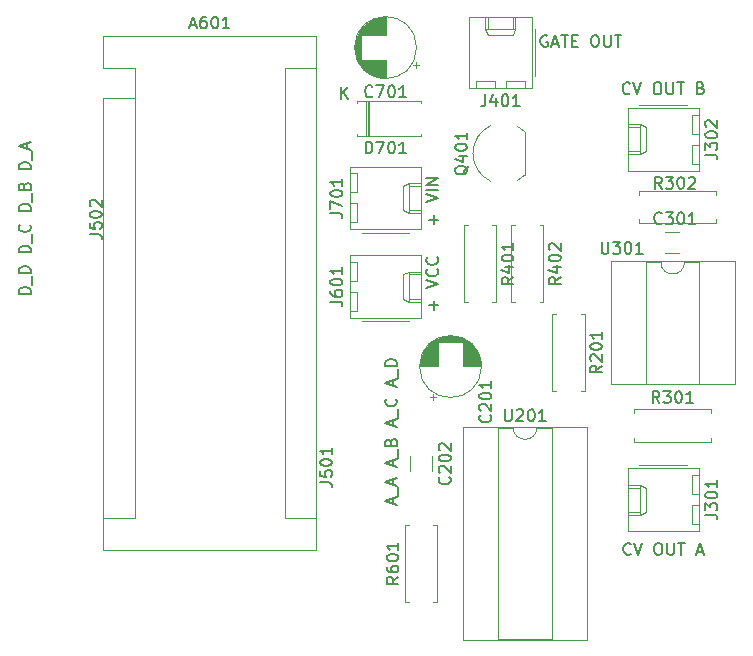
<source format=gbr>
G04 #@! TF.GenerationSoftware,KiCad,Pcbnew,5.1.5-52549c5~84~ubuntu18.04.1*
G04 #@! TF.CreationDate,2020-04-09T18:32:52-04:00*
G04 #@! TF.ProjectId,dacarduino,64616361-7264-4756-996e-6f2e6b696361,rev?*
G04 #@! TF.SameCoordinates,Original*
G04 #@! TF.FileFunction,Legend,Top*
G04 #@! TF.FilePolarity,Positive*
%FSLAX46Y46*%
G04 Gerber Fmt 4.6, Leading zero omitted, Abs format (unit mm)*
G04 Created by KiCad (PCBNEW 5.1.5-52549c5~84~ubuntu18.04.1) date 2020-04-09 18:32:52*
%MOMM*%
%LPD*%
G04 APERTURE LIST*
%ADD10C,0.150000*%
%ADD11C,0.120000*%
G04 APERTURE END LIST*
D10*
X158666666Y-135619047D02*
X158666666Y-135142857D01*
X158952380Y-135714285D02*
X157952380Y-135380952D01*
X158952380Y-135047619D01*
X159047619Y-134952380D02*
X159047619Y-134190476D01*
X158666666Y-134000000D02*
X158666666Y-133523809D01*
X158952380Y-134095238D02*
X157952380Y-133761904D01*
X158952380Y-133428571D01*
X158666666Y-132380952D02*
X158666666Y-131904761D01*
X158952380Y-132476190D02*
X157952380Y-132142857D01*
X158952380Y-131809523D01*
X159047619Y-131714285D02*
X159047619Y-130952380D01*
X158428571Y-130380952D02*
X158476190Y-130238095D01*
X158523809Y-130190476D01*
X158619047Y-130142857D01*
X158761904Y-130142857D01*
X158857142Y-130190476D01*
X158904761Y-130238095D01*
X158952380Y-130333333D01*
X158952380Y-130714285D01*
X157952380Y-130714285D01*
X157952380Y-130380952D01*
X158000000Y-130285714D01*
X158047619Y-130238095D01*
X158142857Y-130190476D01*
X158238095Y-130190476D01*
X158333333Y-130238095D01*
X158380952Y-130285714D01*
X158428571Y-130380952D01*
X158428571Y-130714285D01*
X158666666Y-129000000D02*
X158666666Y-128523809D01*
X158952380Y-129095238D02*
X157952380Y-128761904D01*
X158952380Y-128428571D01*
X159047619Y-128333333D02*
X159047619Y-127571428D01*
X158857142Y-126761904D02*
X158904761Y-126809523D01*
X158952380Y-126952380D01*
X158952380Y-127047619D01*
X158904761Y-127190476D01*
X158809523Y-127285714D01*
X158714285Y-127333333D01*
X158523809Y-127380952D01*
X158380952Y-127380952D01*
X158190476Y-127333333D01*
X158095238Y-127285714D01*
X158000000Y-127190476D01*
X157952380Y-127047619D01*
X157952380Y-126952380D01*
X158000000Y-126809523D01*
X158047619Y-126761904D01*
X158666666Y-125619047D02*
X158666666Y-125142857D01*
X158952380Y-125714285D02*
X157952380Y-125380952D01*
X158952380Y-125047619D01*
X159047619Y-124952380D02*
X159047619Y-124190476D01*
X158952380Y-123952380D02*
X157952380Y-123952380D01*
X157952380Y-123714285D01*
X158000000Y-123571428D01*
X158095238Y-123476190D01*
X158190476Y-123428571D01*
X158380952Y-123380952D01*
X158523809Y-123380952D01*
X158714285Y-123428571D01*
X158809523Y-123476190D01*
X158904761Y-123571428D01*
X158952380Y-123714285D01*
X158952380Y-123952380D01*
X127952380Y-117857142D02*
X126952380Y-117857142D01*
X126952380Y-117619047D01*
X127000000Y-117476190D01*
X127095238Y-117380952D01*
X127190476Y-117333333D01*
X127380952Y-117285714D01*
X127523809Y-117285714D01*
X127714285Y-117333333D01*
X127809523Y-117380952D01*
X127904761Y-117476190D01*
X127952380Y-117619047D01*
X127952380Y-117857142D01*
X128047619Y-117095238D02*
X128047619Y-116333333D01*
X127952380Y-116095238D02*
X126952380Y-116095238D01*
X126952380Y-115857142D01*
X127000000Y-115714285D01*
X127095238Y-115619047D01*
X127190476Y-115571428D01*
X127380952Y-115523809D01*
X127523809Y-115523809D01*
X127714285Y-115571428D01*
X127809523Y-115619047D01*
X127904761Y-115714285D01*
X127952380Y-115857142D01*
X127952380Y-116095238D01*
X127952380Y-114333333D02*
X126952380Y-114333333D01*
X126952380Y-114095238D01*
X127000000Y-113952380D01*
X127095238Y-113857142D01*
X127190476Y-113809523D01*
X127380952Y-113761904D01*
X127523809Y-113761904D01*
X127714285Y-113809523D01*
X127809523Y-113857142D01*
X127904761Y-113952380D01*
X127952380Y-114095238D01*
X127952380Y-114333333D01*
X128047619Y-113571428D02*
X128047619Y-112809523D01*
X127857142Y-112000000D02*
X127904761Y-112047619D01*
X127952380Y-112190476D01*
X127952380Y-112285714D01*
X127904761Y-112428571D01*
X127809523Y-112523809D01*
X127714285Y-112571428D01*
X127523809Y-112619047D01*
X127380952Y-112619047D01*
X127190476Y-112571428D01*
X127095238Y-112523809D01*
X127000000Y-112428571D01*
X126952380Y-112285714D01*
X126952380Y-112190476D01*
X127000000Y-112047619D01*
X127047619Y-112000000D01*
X127952380Y-110809523D02*
X126952380Y-110809523D01*
X126952380Y-110571428D01*
X127000000Y-110428571D01*
X127095238Y-110333333D01*
X127190476Y-110285714D01*
X127380952Y-110238095D01*
X127523809Y-110238095D01*
X127714285Y-110285714D01*
X127809523Y-110333333D01*
X127904761Y-110428571D01*
X127952380Y-110571428D01*
X127952380Y-110809523D01*
X128047619Y-110047619D02*
X128047619Y-109285714D01*
X127428571Y-108714285D02*
X127476190Y-108571428D01*
X127523809Y-108523809D01*
X127619047Y-108476190D01*
X127761904Y-108476190D01*
X127857142Y-108523809D01*
X127904761Y-108571428D01*
X127952380Y-108666666D01*
X127952380Y-109047619D01*
X126952380Y-109047619D01*
X126952380Y-108714285D01*
X127000000Y-108619047D01*
X127047619Y-108571428D01*
X127142857Y-108523809D01*
X127238095Y-108523809D01*
X127333333Y-108571428D01*
X127380952Y-108619047D01*
X127428571Y-108714285D01*
X127428571Y-109047619D01*
X127952380Y-107285714D02*
X126952380Y-107285714D01*
X126952380Y-107047619D01*
X127000000Y-106904761D01*
X127095238Y-106809523D01*
X127190476Y-106761904D01*
X127380952Y-106714285D01*
X127523809Y-106714285D01*
X127714285Y-106761904D01*
X127809523Y-106809523D01*
X127904761Y-106904761D01*
X127952380Y-107047619D01*
X127952380Y-107285714D01*
X128047619Y-106523809D02*
X128047619Y-105761904D01*
X127666666Y-105571428D02*
X127666666Y-105095238D01*
X127952380Y-105666666D02*
X126952380Y-105333333D01*
X127952380Y-105000000D01*
X171690476Y-96000000D02*
X171595238Y-95952380D01*
X171452380Y-95952380D01*
X171309523Y-96000000D01*
X171214285Y-96095238D01*
X171166666Y-96190476D01*
X171119047Y-96380952D01*
X171119047Y-96523809D01*
X171166666Y-96714285D01*
X171214285Y-96809523D01*
X171309523Y-96904761D01*
X171452380Y-96952380D01*
X171547619Y-96952380D01*
X171690476Y-96904761D01*
X171738095Y-96857142D01*
X171738095Y-96523809D01*
X171547619Y-96523809D01*
X172119047Y-96666666D02*
X172595238Y-96666666D01*
X172023809Y-96952380D02*
X172357142Y-95952380D01*
X172690476Y-96952380D01*
X172880952Y-95952380D02*
X173452380Y-95952380D01*
X173166666Y-96952380D02*
X173166666Y-95952380D01*
X173785714Y-96428571D02*
X174119047Y-96428571D01*
X174261904Y-96952380D02*
X173785714Y-96952380D01*
X173785714Y-95952380D01*
X174261904Y-95952380D01*
X175642857Y-95952380D02*
X175833333Y-95952380D01*
X175928571Y-96000000D01*
X176023809Y-96095238D01*
X176071428Y-96285714D01*
X176071428Y-96619047D01*
X176023809Y-96809523D01*
X175928571Y-96904761D01*
X175833333Y-96952380D01*
X175642857Y-96952380D01*
X175547619Y-96904761D01*
X175452380Y-96809523D01*
X175404761Y-96619047D01*
X175404761Y-96285714D01*
X175452380Y-96095238D01*
X175547619Y-96000000D01*
X175642857Y-95952380D01*
X176500000Y-95952380D02*
X176500000Y-96761904D01*
X176547619Y-96857142D01*
X176595238Y-96904761D01*
X176690476Y-96952380D01*
X176880952Y-96952380D01*
X176976190Y-96904761D01*
X177023809Y-96857142D01*
X177071428Y-96761904D01*
X177071428Y-95952380D01*
X177404761Y-95952380D02*
X177976190Y-95952380D01*
X177690476Y-96952380D02*
X177690476Y-95952380D01*
X162071428Y-119190476D02*
X162071428Y-118428571D01*
X162452380Y-118809523D02*
X161690476Y-118809523D01*
X161452380Y-117333333D02*
X162452380Y-117000000D01*
X161452380Y-116666666D01*
X162357142Y-115761904D02*
X162404761Y-115809523D01*
X162452380Y-115952380D01*
X162452380Y-116047619D01*
X162404761Y-116190476D01*
X162309523Y-116285714D01*
X162214285Y-116333333D01*
X162023809Y-116380952D01*
X161880952Y-116380952D01*
X161690476Y-116333333D01*
X161595238Y-116285714D01*
X161500000Y-116190476D01*
X161452380Y-116047619D01*
X161452380Y-115952380D01*
X161500000Y-115809523D01*
X161547619Y-115761904D01*
X162357142Y-114761904D02*
X162404761Y-114809523D01*
X162452380Y-114952380D01*
X162452380Y-115047619D01*
X162404761Y-115190476D01*
X162309523Y-115285714D01*
X162214285Y-115333333D01*
X162023809Y-115380952D01*
X161880952Y-115380952D01*
X161690476Y-115333333D01*
X161595238Y-115285714D01*
X161500000Y-115190476D01*
X161452380Y-115047619D01*
X161452380Y-114952380D01*
X161500000Y-114809523D01*
X161547619Y-114761904D01*
X162071428Y-111952380D02*
X162071428Y-111190476D01*
X162452380Y-111571428D02*
X161690476Y-111571428D01*
X161452380Y-110095238D02*
X162452380Y-109761904D01*
X161452380Y-109428571D01*
X162452380Y-109095238D02*
X161452380Y-109095238D01*
X162452380Y-108619047D02*
X161452380Y-108619047D01*
X162452380Y-108047619D01*
X161452380Y-108047619D01*
X178761904Y-139857142D02*
X178714285Y-139904761D01*
X178571428Y-139952380D01*
X178476190Y-139952380D01*
X178333333Y-139904761D01*
X178238095Y-139809523D01*
X178190476Y-139714285D01*
X178142857Y-139523809D01*
X178142857Y-139380952D01*
X178190476Y-139190476D01*
X178238095Y-139095238D01*
X178333333Y-139000000D01*
X178476190Y-138952380D01*
X178571428Y-138952380D01*
X178714285Y-139000000D01*
X178761904Y-139047619D01*
X179047619Y-138952380D02*
X179380952Y-139952380D01*
X179714285Y-138952380D01*
X181000000Y-138952380D02*
X181190476Y-138952380D01*
X181285714Y-139000000D01*
X181380952Y-139095238D01*
X181428571Y-139285714D01*
X181428571Y-139619047D01*
X181380952Y-139809523D01*
X181285714Y-139904761D01*
X181190476Y-139952380D01*
X181000000Y-139952380D01*
X180904761Y-139904761D01*
X180809523Y-139809523D01*
X180761904Y-139619047D01*
X180761904Y-139285714D01*
X180809523Y-139095238D01*
X180904761Y-139000000D01*
X181000000Y-138952380D01*
X181857142Y-138952380D02*
X181857142Y-139761904D01*
X181904761Y-139857142D01*
X181952380Y-139904761D01*
X182047619Y-139952380D01*
X182238095Y-139952380D01*
X182333333Y-139904761D01*
X182380952Y-139857142D01*
X182428571Y-139761904D01*
X182428571Y-138952380D01*
X182761904Y-138952380D02*
X183333333Y-138952380D01*
X183047619Y-139952380D02*
X183047619Y-138952380D01*
X184380952Y-139666666D02*
X184857142Y-139666666D01*
X184285714Y-139952380D02*
X184619047Y-138952380D01*
X184952380Y-139952380D01*
X178690476Y-100857142D02*
X178642857Y-100904761D01*
X178500000Y-100952380D01*
X178404761Y-100952380D01*
X178261904Y-100904761D01*
X178166666Y-100809523D01*
X178119047Y-100714285D01*
X178071428Y-100523809D01*
X178071428Y-100380952D01*
X178119047Y-100190476D01*
X178166666Y-100095238D01*
X178261904Y-100000000D01*
X178404761Y-99952380D01*
X178500000Y-99952380D01*
X178642857Y-100000000D01*
X178690476Y-100047619D01*
X178976190Y-99952380D02*
X179309523Y-100952380D01*
X179642857Y-99952380D01*
X180928571Y-99952380D02*
X181119047Y-99952380D01*
X181214285Y-100000000D01*
X181309523Y-100095238D01*
X181357142Y-100285714D01*
X181357142Y-100619047D01*
X181309523Y-100809523D01*
X181214285Y-100904761D01*
X181119047Y-100952380D01*
X180928571Y-100952380D01*
X180833333Y-100904761D01*
X180738095Y-100809523D01*
X180690476Y-100619047D01*
X180690476Y-100285714D01*
X180738095Y-100095238D01*
X180833333Y-100000000D01*
X180928571Y-99952380D01*
X181785714Y-99952380D02*
X181785714Y-100761904D01*
X181833333Y-100857142D01*
X181880952Y-100904761D01*
X181976190Y-100952380D01*
X182166666Y-100952380D01*
X182261904Y-100904761D01*
X182309523Y-100857142D01*
X182357142Y-100761904D01*
X182357142Y-99952380D01*
X182690476Y-99952380D02*
X183261904Y-99952380D01*
X182976190Y-100952380D02*
X182976190Y-99952380D01*
X184690476Y-100428571D02*
X184833333Y-100476190D01*
X184880952Y-100523809D01*
X184928571Y-100619047D01*
X184928571Y-100761904D01*
X184880952Y-100857142D01*
X184833333Y-100904761D01*
X184738095Y-100952380D01*
X184357142Y-100952380D01*
X184357142Y-99952380D01*
X184690476Y-99952380D01*
X184785714Y-100000000D01*
X184833333Y-100047619D01*
X184880952Y-100142857D01*
X184880952Y-100238095D01*
X184833333Y-100333333D01*
X184785714Y-100380952D01*
X184690476Y-100428571D01*
X184357142Y-100428571D01*
D11*
X152140000Y-96060000D02*
X134100000Y-96060000D01*
X152140000Y-139500000D02*
X152140000Y-96060000D01*
X134100000Y-139500000D02*
X152140000Y-139500000D01*
X136770000Y-136830000D02*
X134100000Y-136830000D01*
X136770000Y-101270000D02*
X136770000Y-136830000D01*
X136770000Y-101270000D02*
X134100000Y-101270000D01*
X149470000Y-136830000D02*
X152140000Y-136830000D01*
X149470000Y-98730000D02*
X149470000Y-136830000D01*
X149470000Y-98730000D02*
X152140000Y-98730000D01*
X134100000Y-96060000D02*
X134100000Y-98730000D01*
X134100000Y-101270000D02*
X134100000Y-139500000D01*
X136770000Y-98730000D02*
X134100000Y-98730000D01*
X136770000Y-101270000D02*
X136770000Y-98730000D01*
X162370000Y-137420000D02*
X162040000Y-137420000D01*
X162370000Y-143960000D02*
X162370000Y-137420000D01*
X162040000Y-143960000D02*
X162370000Y-143960000D01*
X159630000Y-137420000D02*
X159960000Y-137420000D01*
X159630000Y-143960000D02*
X159630000Y-137420000D01*
X159960000Y-143960000D02*
X159630000Y-143960000D01*
X161775000Y-126554775D02*
X162275000Y-126554775D01*
X162025000Y-126804775D02*
X162025000Y-126304775D01*
X163216000Y-121399000D02*
X163784000Y-121399000D01*
X162982000Y-121439000D02*
X164018000Y-121439000D01*
X162823000Y-121479000D02*
X164177000Y-121479000D01*
X162695000Y-121519000D02*
X164305000Y-121519000D01*
X162585000Y-121559000D02*
X164415000Y-121559000D01*
X162489000Y-121599000D02*
X164511000Y-121599000D01*
X162402000Y-121639000D02*
X164598000Y-121639000D01*
X162322000Y-121679000D02*
X164678000Y-121679000D01*
X162249000Y-121719000D02*
X164751000Y-121719000D01*
X162181000Y-121759000D02*
X164819000Y-121759000D01*
X162117000Y-121799000D02*
X164883000Y-121799000D01*
X162057000Y-121839000D02*
X164943000Y-121839000D01*
X162000000Y-121879000D02*
X165000000Y-121879000D01*
X161946000Y-121919000D02*
X165054000Y-121919000D01*
X161895000Y-121959000D02*
X165105000Y-121959000D01*
X164540000Y-121999000D02*
X165153000Y-121999000D01*
X161847000Y-121999000D02*
X162460000Y-121999000D01*
X164540000Y-122039000D02*
X165199000Y-122039000D01*
X161801000Y-122039000D02*
X162460000Y-122039000D01*
X164540000Y-122079000D02*
X165243000Y-122079000D01*
X161757000Y-122079000D02*
X162460000Y-122079000D01*
X164540000Y-122119000D02*
X165285000Y-122119000D01*
X161715000Y-122119000D02*
X162460000Y-122119000D01*
X164540000Y-122159000D02*
X165326000Y-122159000D01*
X161674000Y-122159000D02*
X162460000Y-122159000D01*
X164540000Y-122199000D02*
X165364000Y-122199000D01*
X161636000Y-122199000D02*
X162460000Y-122199000D01*
X164540000Y-122239000D02*
X165401000Y-122239000D01*
X161599000Y-122239000D02*
X162460000Y-122239000D01*
X164540000Y-122279000D02*
X165437000Y-122279000D01*
X161563000Y-122279000D02*
X162460000Y-122279000D01*
X164540000Y-122319000D02*
X165471000Y-122319000D01*
X161529000Y-122319000D02*
X162460000Y-122319000D01*
X164540000Y-122359000D02*
X165504000Y-122359000D01*
X161496000Y-122359000D02*
X162460000Y-122359000D01*
X164540000Y-122399000D02*
X165535000Y-122399000D01*
X161465000Y-122399000D02*
X162460000Y-122399000D01*
X164540000Y-122439000D02*
X165565000Y-122439000D01*
X161435000Y-122439000D02*
X162460000Y-122439000D01*
X164540000Y-122479000D02*
X165595000Y-122479000D01*
X161405000Y-122479000D02*
X162460000Y-122479000D01*
X164540000Y-122519000D02*
X165622000Y-122519000D01*
X161378000Y-122519000D02*
X162460000Y-122519000D01*
X164540000Y-122559000D02*
X165649000Y-122559000D01*
X161351000Y-122559000D02*
X162460000Y-122559000D01*
X164540000Y-122599000D02*
X165675000Y-122599000D01*
X161325000Y-122599000D02*
X162460000Y-122599000D01*
X164540000Y-122639000D02*
X165700000Y-122639000D01*
X161300000Y-122639000D02*
X162460000Y-122639000D01*
X164540000Y-122679000D02*
X165724000Y-122679000D01*
X161276000Y-122679000D02*
X162460000Y-122679000D01*
X164540000Y-122719000D02*
X165747000Y-122719000D01*
X161253000Y-122719000D02*
X162460000Y-122719000D01*
X164540000Y-122759000D02*
X165768000Y-122759000D01*
X161232000Y-122759000D02*
X162460000Y-122759000D01*
X164540000Y-122799000D02*
X165790000Y-122799000D01*
X161210000Y-122799000D02*
X162460000Y-122799000D01*
X164540000Y-122839000D02*
X165810000Y-122839000D01*
X161190000Y-122839000D02*
X162460000Y-122839000D01*
X164540000Y-122879000D02*
X165829000Y-122879000D01*
X161171000Y-122879000D02*
X162460000Y-122879000D01*
X164540000Y-122919000D02*
X165848000Y-122919000D01*
X161152000Y-122919000D02*
X162460000Y-122919000D01*
X164540000Y-122959000D02*
X165865000Y-122959000D01*
X161135000Y-122959000D02*
X162460000Y-122959000D01*
X164540000Y-122999000D02*
X165882000Y-122999000D01*
X161118000Y-122999000D02*
X162460000Y-122999000D01*
X164540000Y-123039000D02*
X165898000Y-123039000D01*
X161102000Y-123039000D02*
X162460000Y-123039000D01*
X164540000Y-123079000D02*
X165914000Y-123079000D01*
X161086000Y-123079000D02*
X162460000Y-123079000D01*
X164540000Y-123119000D02*
X165928000Y-123119000D01*
X161072000Y-123119000D02*
X162460000Y-123119000D01*
X164540000Y-123159000D02*
X165942000Y-123159000D01*
X161058000Y-123159000D02*
X162460000Y-123159000D01*
X164540000Y-123199000D02*
X165955000Y-123199000D01*
X161045000Y-123199000D02*
X162460000Y-123199000D01*
X164540000Y-123239000D02*
X165968000Y-123239000D01*
X161032000Y-123239000D02*
X162460000Y-123239000D01*
X164540000Y-123279000D02*
X165980000Y-123279000D01*
X161020000Y-123279000D02*
X162460000Y-123279000D01*
X164540000Y-123320000D02*
X165991000Y-123320000D01*
X161009000Y-123320000D02*
X162460000Y-123320000D01*
X164540000Y-123360000D02*
X166001000Y-123360000D01*
X160999000Y-123360000D02*
X162460000Y-123360000D01*
X164540000Y-123400000D02*
X166011000Y-123400000D01*
X160989000Y-123400000D02*
X162460000Y-123400000D01*
X164540000Y-123440000D02*
X166020000Y-123440000D01*
X160980000Y-123440000D02*
X162460000Y-123440000D01*
X164540000Y-123480000D02*
X166028000Y-123480000D01*
X160972000Y-123480000D02*
X162460000Y-123480000D01*
X164540000Y-123520000D02*
X166036000Y-123520000D01*
X160964000Y-123520000D02*
X162460000Y-123520000D01*
X164540000Y-123560000D02*
X166043000Y-123560000D01*
X160957000Y-123560000D02*
X162460000Y-123560000D01*
X164540000Y-123600000D02*
X166050000Y-123600000D01*
X160950000Y-123600000D02*
X162460000Y-123600000D01*
X164540000Y-123640000D02*
X166056000Y-123640000D01*
X160944000Y-123640000D02*
X162460000Y-123640000D01*
X164540000Y-123680000D02*
X166061000Y-123680000D01*
X160939000Y-123680000D02*
X162460000Y-123680000D01*
X164540000Y-123720000D02*
X166065000Y-123720000D01*
X160935000Y-123720000D02*
X162460000Y-123720000D01*
X164540000Y-123760000D02*
X166069000Y-123760000D01*
X160931000Y-123760000D02*
X162460000Y-123760000D01*
X164540000Y-123800000D02*
X166073000Y-123800000D01*
X160927000Y-123800000D02*
X162460000Y-123800000D01*
X164540000Y-123840000D02*
X166076000Y-123840000D01*
X160924000Y-123840000D02*
X162460000Y-123840000D01*
X164540000Y-123880000D02*
X166078000Y-123880000D01*
X160922000Y-123880000D02*
X162460000Y-123880000D01*
X164540000Y-123920000D02*
X166079000Y-123920000D01*
X160921000Y-123920000D02*
X162460000Y-123920000D01*
X160920000Y-123960000D02*
X162460000Y-123960000D01*
X164540000Y-123960000D02*
X166080000Y-123960000D01*
X160920000Y-124000000D02*
X162460000Y-124000000D01*
X164540000Y-124000000D02*
X166080000Y-124000000D01*
X166120000Y-124000000D02*
G75*
G03X166120000Y-124000000I-2620000J0D01*
G01*
X183930000Y-106840000D02*
X184530000Y-106840000D01*
X183930000Y-105240000D02*
X183930000Y-106840000D01*
X184530000Y-105240000D02*
X183930000Y-105240000D01*
X183930000Y-104300000D02*
X184530000Y-104300000D01*
X183930000Y-102700000D02*
X183930000Y-104300000D01*
X184530000Y-102700000D02*
X183930000Y-102700000D01*
X178510000Y-105790000D02*
X179510000Y-105790000D01*
X178510000Y-103750000D02*
X179510000Y-103750000D01*
X180040000Y-105790000D02*
X179510000Y-106040000D01*
X180040000Y-103750000D02*
X180040000Y-105790000D01*
X179510000Y-103500000D02*
X180040000Y-103750000D01*
X179510000Y-106040000D02*
X178510000Y-106040000D01*
X179510000Y-103500000D02*
X179510000Y-106040000D01*
X178510000Y-103500000D02*
X179510000Y-103500000D01*
X183500000Y-101830000D02*
X179500000Y-101830000D01*
X184530000Y-107420000D02*
X184530000Y-102120000D01*
X178510000Y-107420000D02*
X184530000Y-107420000D01*
X178510000Y-102120000D02*
X178510000Y-107420000D01*
X184530000Y-102120000D02*
X178510000Y-102120000D01*
X156370000Y-101530000D02*
X156370000Y-104470000D01*
X156610000Y-101530000D02*
X156610000Y-104470000D01*
X156490000Y-101530000D02*
X156490000Y-104470000D01*
X161030000Y-104470000D02*
X161030000Y-104340000D01*
X155590000Y-104470000D02*
X161030000Y-104470000D01*
X155590000Y-104340000D02*
X155590000Y-104470000D01*
X161030000Y-101530000D02*
X161030000Y-101660000D01*
X155590000Y-101530000D02*
X161030000Y-101530000D01*
X155590000Y-101660000D02*
X155590000Y-101530000D01*
X155570000Y-107660000D02*
X154970000Y-107660000D01*
X155570000Y-109260000D02*
X155570000Y-107660000D01*
X154970000Y-109260000D02*
X155570000Y-109260000D01*
X155570000Y-110200000D02*
X154970000Y-110200000D01*
X155570000Y-111800000D02*
X155570000Y-110200000D01*
X154970000Y-111800000D02*
X155570000Y-111800000D01*
X160990000Y-108710000D02*
X159990000Y-108710000D01*
X160990000Y-110750000D02*
X159990000Y-110750000D01*
X159460000Y-108710000D02*
X159990000Y-108460000D01*
X159460000Y-110750000D02*
X159460000Y-108710000D01*
X159990000Y-111000000D02*
X159460000Y-110750000D01*
X159990000Y-108460000D02*
X160990000Y-108460000D01*
X159990000Y-111000000D02*
X159990000Y-108460000D01*
X160990000Y-111000000D02*
X159990000Y-111000000D01*
X156000000Y-112670000D02*
X160000000Y-112670000D01*
X154970000Y-107080000D02*
X154970000Y-112380000D01*
X160990000Y-107080000D02*
X154970000Y-107080000D01*
X160990000Y-112380000D02*
X160990000Y-107080000D01*
X154970000Y-112380000D02*
X160990000Y-112380000D01*
X172130000Y-126080000D02*
X172460000Y-126080000D01*
X172130000Y-119540000D02*
X172130000Y-126080000D01*
X172460000Y-119540000D02*
X172130000Y-119540000D01*
X174870000Y-126080000D02*
X174540000Y-126080000D01*
X174870000Y-119540000D02*
X174870000Y-126080000D01*
X174540000Y-119540000D02*
X174870000Y-119540000D01*
X183310000Y-115170000D02*
G75*
G02X181310000Y-115170000I-1000000J0D01*
G01*
X181310000Y-115170000D02*
X180060000Y-115170000D01*
X180060000Y-115170000D02*
X180060000Y-125450000D01*
X180060000Y-125450000D02*
X184560000Y-125450000D01*
X184560000Y-125450000D02*
X184560000Y-115170000D01*
X184560000Y-115170000D02*
X183310000Y-115170000D01*
X177060000Y-115110000D02*
X177060000Y-125510000D01*
X177060000Y-125510000D02*
X187560000Y-125510000D01*
X187560000Y-125510000D02*
X187560000Y-115110000D01*
X187560000Y-115110000D02*
X177060000Y-115110000D01*
X175060000Y-129110000D02*
X164560000Y-129110000D01*
X175060000Y-147130000D02*
X175060000Y-129110000D01*
X164560000Y-147130000D02*
X175060000Y-147130000D01*
X164560000Y-129110000D02*
X164560000Y-147130000D01*
X172060000Y-129170000D02*
X170810000Y-129170000D01*
X172060000Y-147070000D02*
X172060000Y-129170000D01*
X167560000Y-147070000D02*
X172060000Y-147070000D01*
X167560000Y-129170000D02*
X167560000Y-147070000D01*
X168810000Y-129170000D02*
X167560000Y-129170000D01*
X170810000Y-129170000D02*
G75*
G02X168810000Y-129170000I-1000000J0D01*
G01*
X168630000Y-118580000D02*
X168960000Y-118580000D01*
X168630000Y-112040000D02*
X168630000Y-118580000D01*
X168960000Y-112040000D02*
X168630000Y-112040000D01*
X171370000Y-118580000D02*
X171040000Y-118580000D01*
X171370000Y-112040000D02*
X171370000Y-118580000D01*
X171040000Y-112040000D02*
X171370000Y-112040000D01*
X164630000Y-118580000D02*
X164960000Y-118580000D01*
X164630000Y-112040000D02*
X164630000Y-118580000D01*
X164960000Y-112040000D02*
X164630000Y-112040000D01*
X167370000Y-118580000D02*
X167040000Y-118580000D01*
X167370000Y-112040000D02*
X167370000Y-118580000D01*
X167040000Y-112040000D02*
X167370000Y-112040000D01*
X185960000Y-111540000D02*
X185960000Y-111870000D01*
X185960000Y-111870000D02*
X179420000Y-111870000D01*
X179420000Y-111870000D02*
X179420000Y-111540000D01*
X185960000Y-109460000D02*
X185960000Y-109130000D01*
X185960000Y-109130000D02*
X179420000Y-109130000D01*
X179420000Y-109130000D02*
X179420000Y-109460000D01*
X185580000Y-130370000D02*
X185580000Y-130040000D01*
X179040000Y-130370000D02*
X185580000Y-130370000D01*
X179040000Y-130040000D02*
X179040000Y-130370000D01*
X185580000Y-127630000D02*
X185580000Y-127960000D01*
X179040000Y-127630000D02*
X185580000Y-127630000D01*
X179040000Y-127960000D02*
X179040000Y-127630000D01*
X169122795Y-103635816D02*
G75*
G02X169850000Y-104160000I-1122795J-2324184D01*
G01*
X166901193Y-103603600D02*
G75*
G03X165400000Y-105960000I1098807J-2356400D01*
G01*
X166901193Y-108316400D02*
G75*
G02X165400000Y-105960000I1098807J2356400D01*
G01*
X169122795Y-108284184D02*
G75*
G03X169850000Y-107760000I-1122795J2324184D01*
G01*
X169850000Y-107760000D02*
X169850000Y-104160000D01*
X155570000Y-115160000D02*
X154970000Y-115160000D01*
X155570000Y-116760000D02*
X155570000Y-115160000D01*
X154970000Y-116760000D02*
X155570000Y-116760000D01*
X155570000Y-117700000D02*
X154970000Y-117700000D01*
X155570000Y-119300000D02*
X155570000Y-117700000D01*
X154970000Y-119300000D02*
X155570000Y-119300000D01*
X160990000Y-116210000D02*
X159990000Y-116210000D01*
X160990000Y-118250000D02*
X159990000Y-118250000D01*
X159460000Y-116210000D02*
X159990000Y-115960000D01*
X159460000Y-118250000D02*
X159460000Y-116210000D01*
X159990000Y-118500000D02*
X159460000Y-118250000D01*
X159990000Y-115960000D02*
X160990000Y-115960000D01*
X159990000Y-118500000D02*
X159990000Y-115960000D01*
X160990000Y-118500000D02*
X159990000Y-118500000D01*
X156000000Y-120170000D02*
X160000000Y-120170000D01*
X154970000Y-114580000D02*
X154970000Y-119880000D01*
X160990000Y-114580000D02*
X154970000Y-114580000D01*
X160990000Y-119880000D02*
X160990000Y-114580000D01*
X154970000Y-119880000D02*
X160990000Y-119880000D01*
X165660000Y-99830000D02*
X165660000Y-100430000D01*
X167260000Y-99830000D02*
X165660000Y-99830000D01*
X167260000Y-100430000D02*
X167260000Y-99830000D01*
X168200000Y-99830000D02*
X168200000Y-100430000D01*
X169800000Y-99830000D02*
X168200000Y-99830000D01*
X169800000Y-100430000D02*
X169800000Y-99830000D01*
X166710000Y-94410000D02*
X166710000Y-95410000D01*
X168750000Y-94410000D02*
X168750000Y-95410000D01*
X166710000Y-95940000D02*
X166460000Y-95410000D01*
X168750000Y-95940000D02*
X166710000Y-95940000D01*
X169000000Y-95410000D02*
X168750000Y-95940000D01*
X166460000Y-95410000D02*
X166460000Y-94410000D01*
X169000000Y-95410000D02*
X166460000Y-95410000D01*
X169000000Y-94410000D02*
X169000000Y-95410000D01*
X170670000Y-99400000D02*
X170670000Y-95400000D01*
X165080000Y-100430000D02*
X170380000Y-100430000D01*
X165080000Y-94410000D02*
X165080000Y-100430000D01*
X170380000Y-94410000D02*
X165080000Y-94410000D01*
X170380000Y-100430000D02*
X170380000Y-94410000D01*
X184530000Y-132620000D02*
X178510000Y-132620000D01*
X178510000Y-132620000D02*
X178510000Y-137920000D01*
X178510000Y-137920000D02*
X184530000Y-137920000D01*
X184530000Y-137920000D02*
X184530000Y-132620000D01*
X183500000Y-132330000D02*
X179500000Y-132330000D01*
X178510000Y-134000000D02*
X179510000Y-134000000D01*
X179510000Y-134000000D02*
X179510000Y-136540000D01*
X179510000Y-136540000D02*
X178510000Y-136540000D01*
X179510000Y-134000000D02*
X180040000Y-134250000D01*
X180040000Y-134250000D02*
X180040000Y-136290000D01*
X180040000Y-136290000D02*
X179510000Y-136540000D01*
X178510000Y-134250000D02*
X179510000Y-134250000D01*
X178510000Y-136290000D02*
X179510000Y-136290000D01*
X184530000Y-133200000D02*
X183930000Y-133200000D01*
X183930000Y-133200000D02*
X183930000Y-134800000D01*
X183930000Y-134800000D02*
X184530000Y-134800000D01*
X184530000Y-135740000D02*
X183930000Y-135740000D01*
X183930000Y-135740000D02*
X183930000Y-137340000D01*
X183930000Y-137340000D02*
X184530000Y-137340000D01*
X160554775Y-98725000D02*
X160554775Y-98225000D01*
X160804775Y-98475000D02*
X160304775Y-98475000D01*
X155399000Y-97284000D02*
X155399000Y-96716000D01*
X155439000Y-97518000D02*
X155439000Y-96482000D01*
X155479000Y-97677000D02*
X155479000Y-96323000D01*
X155519000Y-97805000D02*
X155519000Y-96195000D01*
X155559000Y-97915000D02*
X155559000Y-96085000D01*
X155599000Y-98011000D02*
X155599000Y-95989000D01*
X155639000Y-98098000D02*
X155639000Y-95902000D01*
X155679000Y-98178000D02*
X155679000Y-95822000D01*
X155719000Y-98251000D02*
X155719000Y-95749000D01*
X155759000Y-98319000D02*
X155759000Y-95681000D01*
X155799000Y-98383000D02*
X155799000Y-95617000D01*
X155839000Y-98443000D02*
X155839000Y-95557000D01*
X155879000Y-98500000D02*
X155879000Y-95500000D01*
X155919000Y-98554000D02*
X155919000Y-95446000D01*
X155959000Y-98605000D02*
X155959000Y-95395000D01*
X155999000Y-95960000D02*
X155999000Y-95347000D01*
X155999000Y-98653000D02*
X155999000Y-98040000D01*
X156039000Y-95960000D02*
X156039000Y-95301000D01*
X156039000Y-98699000D02*
X156039000Y-98040000D01*
X156079000Y-95960000D02*
X156079000Y-95257000D01*
X156079000Y-98743000D02*
X156079000Y-98040000D01*
X156119000Y-95960000D02*
X156119000Y-95215000D01*
X156119000Y-98785000D02*
X156119000Y-98040000D01*
X156159000Y-95960000D02*
X156159000Y-95174000D01*
X156159000Y-98826000D02*
X156159000Y-98040000D01*
X156199000Y-95960000D02*
X156199000Y-95136000D01*
X156199000Y-98864000D02*
X156199000Y-98040000D01*
X156239000Y-95960000D02*
X156239000Y-95099000D01*
X156239000Y-98901000D02*
X156239000Y-98040000D01*
X156279000Y-95960000D02*
X156279000Y-95063000D01*
X156279000Y-98937000D02*
X156279000Y-98040000D01*
X156319000Y-95960000D02*
X156319000Y-95029000D01*
X156319000Y-98971000D02*
X156319000Y-98040000D01*
X156359000Y-95960000D02*
X156359000Y-94996000D01*
X156359000Y-99004000D02*
X156359000Y-98040000D01*
X156399000Y-95960000D02*
X156399000Y-94965000D01*
X156399000Y-99035000D02*
X156399000Y-98040000D01*
X156439000Y-95960000D02*
X156439000Y-94935000D01*
X156439000Y-99065000D02*
X156439000Y-98040000D01*
X156479000Y-95960000D02*
X156479000Y-94905000D01*
X156479000Y-99095000D02*
X156479000Y-98040000D01*
X156519000Y-95960000D02*
X156519000Y-94878000D01*
X156519000Y-99122000D02*
X156519000Y-98040000D01*
X156559000Y-95960000D02*
X156559000Y-94851000D01*
X156559000Y-99149000D02*
X156559000Y-98040000D01*
X156599000Y-95960000D02*
X156599000Y-94825000D01*
X156599000Y-99175000D02*
X156599000Y-98040000D01*
X156639000Y-95960000D02*
X156639000Y-94800000D01*
X156639000Y-99200000D02*
X156639000Y-98040000D01*
X156679000Y-95960000D02*
X156679000Y-94776000D01*
X156679000Y-99224000D02*
X156679000Y-98040000D01*
X156719000Y-95960000D02*
X156719000Y-94753000D01*
X156719000Y-99247000D02*
X156719000Y-98040000D01*
X156759000Y-95960000D02*
X156759000Y-94732000D01*
X156759000Y-99268000D02*
X156759000Y-98040000D01*
X156799000Y-95960000D02*
X156799000Y-94710000D01*
X156799000Y-99290000D02*
X156799000Y-98040000D01*
X156839000Y-95960000D02*
X156839000Y-94690000D01*
X156839000Y-99310000D02*
X156839000Y-98040000D01*
X156879000Y-95960000D02*
X156879000Y-94671000D01*
X156879000Y-99329000D02*
X156879000Y-98040000D01*
X156919000Y-95960000D02*
X156919000Y-94652000D01*
X156919000Y-99348000D02*
X156919000Y-98040000D01*
X156959000Y-95960000D02*
X156959000Y-94635000D01*
X156959000Y-99365000D02*
X156959000Y-98040000D01*
X156999000Y-95960000D02*
X156999000Y-94618000D01*
X156999000Y-99382000D02*
X156999000Y-98040000D01*
X157039000Y-95960000D02*
X157039000Y-94602000D01*
X157039000Y-99398000D02*
X157039000Y-98040000D01*
X157079000Y-95960000D02*
X157079000Y-94586000D01*
X157079000Y-99414000D02*
X157079000Y-98040000D01*
X157119000Y-95960000D02*
X157119000Y-94572000D01*
X157119000Y-99428000D02*
X157119000Y-98040000D01*
X157159000Y-95960000D02*
X157159000Y-94558000D01*
X157159000Y-99442000D02*
X157159000Y-98040000D01*
X157199000Y-95960000D02*
X157199000Y-94545000D01*
X157199000Y-99455000D02*
X157199000Y-98040000D01*
X157239000Y-95960000D02*
X157239000Y-94532000D01*
X157239000Y-99468000D02*
X157239000Y-98040000D01*
X157279000Y-95960000D02*
X157279000Y-94520000D01*
X157279000Y-99480000D02*
X157279000Y-98040000D01*
X157320000Y-95960000D02*
X157320000Y-94509000D01*
X157320000Y-99491000D02*
X157320000Y-98040000D01*
X157360000Y-95960000D02*
X157360000Y-94499000D01*
X157360000Y-99501000D02*
X157360000Y-98040000D01*
X157400000Y-95960000D02*
X157400000Y-94489000D01*
X157400000Y-99511000D02*
X157400000Y-98040000D01*
X157440000Y-95960000D02*
X157440000Y-94480000D01*
X157440000Y-99520000D02*
X157440000Y-98040000D01*
X157480000Y-95960000D02*
X157480000Y-94472000D01*
X157480000Y-99528000D02*
X157480000Y-98040000D01*
X157520000Y-95960000D02*
X157520000Y-94464000D01*
X157520000Y-99536000D02*
X157520000Y-98040000D01*
X157560000Y-95960000D02*
X157560000Y-94457000D01*
X157560000Y-99543000D02*
X157560000Y-98040000D01*
X157600000Y-95960000D02*
X157600000Y-94450000D01*
X157600000Y-99550000D02*
X157600000Y-98040000D01*
X157640000Y-95960000D02*
X157640000Y-94444000D01*
X157640000Y-99556000D02*
X157640000Y-98040000D01*
X157680000Y-95960000D02*
X157680000Y-94439000D01*
X157680000Y-99561000D02*
X157680000Y-98040000D01*
X157720000Y-95960000D02*
X157720000Y-94435000D01*
X157720000Y-99565000D02*
X157720000Y-98040000D01*
X157760000Y-95960000D02*
X157760000Y-94431000D01*
X157760000Y-99569000D02*
X157760000Y-98040000D01*
X157800000Y-95960000D02*
X157800000Y-94427000D01*
X157800000Y-99573000D02*
X157800000Y-98040000D01*
X157840000Y-95960000D02*
X157840000Y-94424000D01*
X157840000Y-99576000D02*
X157840000Y-98040000D01*
X157880000Y-95960000D02*
X157880000Y-94422000D01*
X157880000Y-99578000D02*
X157880000Y-98040000D01*
X157920000Y-95960000D02*
X157920000Y-94421000D01*
X157920000Y-99579000D02*
X157920000Y-98040000D01*
X157960000Y-99580000D02*
X157960000Y-98040000D01*
X157960000Y-95960000D02*
X157960000Y-94420000D01*
X158000000Y-99580000D02*
X158000000Y-98040000D01*
X158000000Y-95960000D02*
X158000000Y-94420000D01*
X160620000Y-97000000D02*
G75*
G03X160620000Y-97000000I-2620000J0D01*
G01*
X182879000Y-114420000D02*
X181621000Y-114420000D01*
X182879000Y-112580000D02*
X181621000Y-112580000D01*
X160080000Y-131621000D02*
X160080000Y-132879000D01*
X161920000Y-131621000D02*
X161920000Y-132879000D01*
D10*
X141453333Y-95086666D02*
X141929523Y-95086666D01*
X141358095Y-95372380D02*
X141691428Y-94372380D01*
X142024761Y-95372380D01*
X142786666Y-94372380D02*
X142596190Y-94372380D01*
X142500952Y-94420000D01*
X142453333Y-94467619D01*
X142358095Y-94610476D01*
X142310476Y-94800952D01*
X142310476Y-95181904D01*
X142358095Y-95277142D01*
X142405714Y-95324761D01*
X142500952Y-95372380D01*
X142691428Y-95372380D01*
X142786666Y-95324761D01*
X142834285Y-95277142D01*
X142881904Y-95181904D01*
X142881904Y-94943809D01*
X142834285Y-94848571D01*
X142786666Y-94800952D01*
X142691428Y-94753333D01*
X142500952Y-94753333D01*
X142405714Y-94800952D01*
X142358095Y-94848571D01*
X142310476Y-94943809D01*
X143500952Y-94372380D02*
X143596190Y-94372380D01*
X143691428Y-94420000D01*
X143739047Y-94467619D01*
X143786666Y-94562857D01*
X143834285Y-94753333D01*
X143834285Y-94991428D01*
X143786666Y-95181904D01*
X143739047Y-95277142D01*
X143691428Y-95324761D01*
X143596190Y-95372380D01*
X143500952Y-95372380D01*
X143405714Y-95324761D01*
X143358095Y-95277142D01*
X143310476Y-95181904D01*
X143262857Y-94991428D01*
X143262857Y-94753333D01*
X143310476Y-94562857D01*
X143358095Y-94467619D01*
X143405714Y-94420000D01*
X143500952Y-94372380D01*
X144786666Y-95372380D02*
X144215238Y-95372380D01*
X144500952Y-95372380D02*
X144500952Y-94372380D01*
X144405714Y-94515238D01*
X144310476Y-94610476D01*
X144215238Y-94658095D01*
X159082380Y-141809047D02*
X158606190Y-142142380D01*
X159082380Y-142380476D02*
X158082380Y-142380476D01*
X158082380Y-141999523D01*
X158130000Y-141904285D01*
X158177619Y-141856666D01*
X158272857Y-141809047D01*
X158415714Y-141809047D01*
X158510952Y-141856666D01*
X158558571Y-141904285D01*
X158606190Y-141999523D01*
X158606190Y-142380476D01*
X158082380Y-140951904D02*
X158082380Y-141142380D01*
X158130000Y-141237619D01*
X158177619Y-141285238D01*
X158320476Y-141380476D01*
X158510952Y-141428095D01*
X158891904Y-141428095D01*
X158987142Y-141380476D01*
X159034761Y-141332857D01*
X159082380Y-141237619D01*
X159082380Y-141047142D01*
X159034761Y-140951904D01*
X158987142Y-140904285D01*
X158891904Y-140856666D01*
X158653809Y-140856666D01*
X158558571Y-140904285D01*
X158510952Y-140951904D01*
X158463333Y-141047142D01*
X158463333Y-141237619D01*
X158510952Y-141332857D01*
X158558571Y-141380476D01*
X158653809Y-141428095D01*
X158082380Y-140237619D02*
X158082380Y-140142380D01*
X158130000Y-140047142D01*
X158177619Y-139999523D01*
X158272857Y-139951904D01*
X158463333Y-139904285D01*
X158701428Y-139904285D01*
X158891904Y-139951904D01*
X158987142Y-139999523D01*
X159034761Y-140047142D01*
X159082380Y-140142380D01*
X159082380Y-140237619D01*
X159034761Y-140332857D01*
X158987142Y-140380476D01*
X158891904Y-140428095D01*
X158701428Y-140475714D01*
X158463333Y-140475714D01*
X158272857Y-140428095D01*
X158177619Y-140380476D01*
X158130000Y-140332857D01*
X158082380Y-140237619D01*
X159082380Y-138951904D02*
X159082380Y-139523333D01*
X159082380Y-139237619D02*
X158082380Y-139237619D01*
X158225238Y-139332857D01*
X158320476Y-139428095D01*
X158368095Y-139523333D01*
X166857142Y-128119047D02*
X166904761Y-128166666D01*
X166952380Y-128309523D01*
X166952380Y-128404761D01*
X166904761Y-128547619D01*
X166809523Y-128642857D01*
X166714285Y-128690476D01*
X166523809Y-128738095D01*
X166380952Y-128738095D01*
X166190476Y-128690476D01*
X166095238Y-128642857D01*
X166000000Y-128547619D01*
X165952380Y-128404761D01*
X165952380Y-128309523D01*
X166000000Y-128166666D01*
X166047619Y-128119047D01*
X166047619Y-127738095D02*
X166000000Y-127690476D01*
X165952380Y-127595238D01*
X165952380Y-127357142D01*
X166000000Y-127261904D01*
X166047619Y-127214285D01*
X166142857Y-127166666D01*
X166238095Y-127166666D01*
X166380952Y-127214285D01*
X166952380Y-127785714D01*
X166952380Y-127166666D01*
X165952380Y-126547619D02*
X165952380Y-126452380D01*
X166000000Y-126357142D01*
X166047619Y-126309523D01*
X166142857Y-126261904D01*
X166333333Y-126214285D01*
X166571428Y-126214285D01*
X166761904Y-126261904D01*
X166857142Y-126309523D01*
X166904761Y-126357142D01*
X166952380Y-126452380D01*
X166952380Y-126547619D01*
X166904761Y-126642857D01*
X166857142Y-126690476D01*
X166761904Y-126738095D01*
X166571428Y-126785714D01*
X166333333Y-126785714D01*
X166142857Y-126738095D01*
X166047619Y-126690476D01*
X166000000Y-126642857D01*
X165952380Y-126547619D01*
X166952380Y-125261904D02*
X166952380Y-125833333D01*
X166952380Y-125547619D02*
X165952380Y-125547619D01*
X166095238Y-125642857D01*
X166190476Y-125738095D01*
X166238095Y-125833333D01*
X132952380Y-112785714D02*
X133666666Y-112785714D01*
X133809523Y-112833333D01*
X133904761Y-112928571D01*
X133952380Y-113071428D01*
X133952380Y-113166666D01*
X132952380Y-111833333D02*
X132952380Y-112309523D01*
X133428571Y-112357142D01*
X133380952Y-112309523D01*
X133333333Y-112214285D01*
X133333333Y-111976190D01*
X133380952Y-111880952D01*
X133428571Y-111833333D01*
X133523809Y-111785714D01*
X133761904Y-111785714D01*
X133857142Y-111833333D01*
X133904761Y-111880952D01*
X133952380Y-111976190D01*
X133952380Y-112214285D01*
X133904761Y-112309523D01*
X133857142Y-112357142D01*
X132952380Y-111166666D02*
X132952380Y-111071428D01*
X133000000Y-110976190D01*
X133047619Y-110928571D01*
X133142857Y-110880952D01*
X133333333Y-110833333D01*
X133571428Y-110833333D01*
X133761904Y-110880952D01*
X133857142Y-110928571D01*
X133904761Y-110976190D01*
X133952380Y-111071428D01*
X133952380Y-111166666D01*
X133904761Y-111261904D01*
X133857142Y-111309523D01*
X133761904Y-111357142D01*
X133571428Y-111404761D01*
X133333333Y-111404761D01*
X133142857Y-111357142D01*
X133047619Y-111309523D01*
X133000000Y-111261904D01*
X132952380Y-111166666D01*
X133047619Y-110452380D02*
X133000000Y-110404761D01*
X132952380Y-110309523D01*
X132952380Y-110071428D01*
X133000000Y-109976190D01*
X133047619Y-109928571D01*
X133142857Y-109880952D01*
X133238095Y-109880952D01*
X133380952Y-109928571D01*
X133952380Y-110500000D01*
X133952380Y-109880952D01*
X152452380Y-133785714D02*
X153166666Y-133785714D01*
X153309523Y-133833333D01*
X153404761Y-133928571D01*
X153452380Y-134071428D01*
X153452380Y-134166666D01*
X152452380Y-132833333D02*
X152452380Y-133309523D01*
X152928571Y-133357142D01*
X152880952Y-133309523D01*
X152833333Y-133214285D01*
X152833333Y-132976190D01*
X152880952Y-132880952D01*
X152928571Y-132833333D01*
X153023809Y-132785714D01*
X153261904Y-132785714D01*
X153357142Y-132833333D01*
X153404761Y-132880952D01*
X153452380Y-132976190D01*
X153452380Y-133214285D01*
X153404761Y-133309523D01*
X153357142Y-133357142D01*
X152452380Y-132166666D02*
X152452380Y-132071428D01*
X152500000Y-131976190D01*
X152547619Y-131928571D01*
X152642857Y-131880952D01*
X152833333Y-131833333D01*
X153071428Y-131833333D01*
X153261904Y-131880952D01*
X153357142Y-131928571D01*
X153404761Y-131976190D01*
X153452380Y-132071428D01*
X153452380Y-132166666D01*
X153404761Y-132261904D01*
X153357142Y-132309523D01*
X153261904Y-132357142D01*
X153071428Y-132404761D01*
X152833333Y-132404761D01*
X152642857Y-132357142D01*
X152547619Y-132309523D01*
X152500000Y-132261904D01*
X152452380Y-132166666D01*
X153452380Y-130880952D02*
X153452380Y-131452380D01*
X153452380Y-131166666D02*
X152452380Y-131166666D01*
X152595238Y-131261904D01*
X152690476Y-131357142D01*
X152738095Y-131452380D01*
X185072380Y-106055714D02*
X185786666Y-106055714D01*
X185929523Y-106103333D01*
X186024761Y-106198571D01*
X186072380Y-106341428D01*
X186072380Y-106436666D01*
X185072380Y-105674761D02*
X185072380Y-105055714D01*
X185453333Y-105389047D01*
X185453333Y-105246190D01*
X185500952Y-105150952D01*
X185548571Y-105103333D01*
X185643809Y-105055714D01*
X185881904Y-105055714D01*
X185977142Y-105103333D01*
X186024761Y-105150952D01*
X186072380Y-105246190D01*
X186072380Y-105531904D01*
X186024761Y-105627142D01*
X185977142Y-105674761D01*
X185072380Y-104436666D02*
X185072380Y-104341428D01*
X185120000Y-104246190D01*
X185167619Y-104198571D01*
X185262857Y-104150952D01*
X185453333Y-104103333D01*
X185691428Y-104103333D01*
X185881904Y-104150952D01*
X185977142Y-104198571D01*
X186024761Y-104246190D01*
X186072380Y-104341428D01*
X186072380Y-104436666D01*
X186024761Y-104531904D01*
X185977142Y-104579523D01*
X185881904Y-104627142D01*
X185691428Y-104674761D01*
X185453333Y-104674761D01*
X185262857Y-104627142D01*
X185167619Y-104579523D01*
X185120000Y-104531904D01*
X185072380Y-104436666D01*
X185167619Y-103722380D02*
X185120000Y-103674761D01*
X185072380Y-103579523D01*
X185072380Y-103341428D01*
X185120000Y-103246190D01*
X185167619Y-103198571D01*
X185262857Y-103150952D01*
X185358095Y-103150952D01*
X185500952Y-103198571D01*
X186072380Y-103770000D01*
X186072380Y-103150952D01*
X156309523Y-105952380D02*
X156309523Y-104952380D01*
X156547619Y-104952380D01*
X156690476Y-105000000D01*
X156785714Y-105095238D01*
X156833333Y-105190476D01*
X156880952Y-105380952D01*
X156880952Y-105523809D01*
X156833333Y-105714285D01*
X156785714Y-105809523D01*
X156690476Y-105904761D01*
X156547619Y-105952380D01*
X156309523Y-105952380D01*
X157214285Y-104952380D02*
X157880952Y-104952380D01*
X157452380Y-105952380D01*
X158452380Y-104952380D02*
X158547619Y-104952380D01*
X158642857Y-105000000D01*
X158690476Y-105047619D01*
X158738095Y-105142857D01*
X158785714Y-105333333D01*
X158785714Y-105571428D01*
X158738095Y-105761904D01*
X158690476Y-105857142D01*
X158642857Y-105904761D01*
X158547619Y-105952380D01*
X158452380Y-105952380D01*
X158357142Y-105904761D01*
X158309523Y-105857142D01*
X158261904Y-105761904D01*
X158214285Y-105571428D01*
X158214285Y-105333333D01*
X158261904Y-105142857D01*
X158309523Y-105047619D01*
X158357142Y-105000000D01*
X158452380Y-104952380D01*
X159738095Y-105952380D02*
X159166666Y-105952380D01*
X159452380Y-105952380D02*
X159452380Y-104952380D01*
X159357142Y-105095238D01*
X159261904Y-105190476D01*
X159166666Y-105238095D01*
X154238095Y-101352380D02*
X154238095Y-100352380D01*
X154809523Y-101352380D02*
X154380952Y-100780952D01*
X154809523Y-100352380D02*
X154238095Y-100923809D01*
X153332380Y-111015714D02*
X154046666Y-111015714D01*
X154189523Y-111063333D01*
X154284761Y-111158571D01*
X154332380Y-111301428D01*
X154332380Y-111396666D01*
X153332380Y-110634761D02*
X153332380Y-109968095D01*
X154332380Y-110396666D01*
X153332380Y-109396666D02*
X153332380Y-109301428D01*
X153380000Y-109206190D01*
X153427619Y-109158571D01*
X153522857Y-109110952D01*
X153713333Y-109063333D01*
X153951428Y-109063333D01*
X154141904Y-109110952D01*
X154237142Y-109158571D01*
X154284761Y-109206190D01*
X154332380Y-109301428D01*
X154332380Y-109396666D01*
X154284761Y-109491904D01*
X154237142Y-109539523D01*
X154141904Y-109587142D01*
X153951428Y-109634761D01*
X153713333Y-109634761D01*
X153522857Y-109587142D01*
X153427619Y-109539523D01*
X153380000Y-109491904D01*
X153332380Y-109396666D01*
X154332380Y-108110952D02*
X154332380Y-108682380D01*
X154332380Y-108396666D02*
X153332380Y-108396666D01*
X153475238Y-108491904D01*
X153570476Y-108587142D01*
X153618095Y-108682380D01*
X176322380Y-123929047D02*
X175846190Y-124262380D01*
X176322380Y-124500476D02*
X175322380Y-124500476D01*
X175322380Y-124119523D01*
X175370000Y-124024285D01*
X175417619Y-123976666D01*
X175512857Y-123929047D01*
X175655714Y-123929047D01*
X175750952Y-123976666D01*
X175798571Y-124024285D01*
X175846190Y-124119523D01*
X175846190Y-124500476D01*
X175417619Y-123548095D02*
X175370000Y-123500476D01*
X175322380Y-123405238D01*
X175322380Y-123167142D01*
X175370000Y-123071904D01*
X175417619Y-123024285D01*
X175512857Y-122976666D01*
X175608095Y-122976666D01*
X175750952Y-123024285D01*
X176322380Y-123595714D01*
X176322380Y-122976666D01*
X175322380Y-122357619D02*
X175322380Y-122262380D01*
X175370000Y-122167142D01*
X175417619Y-122119523D01*
X175512857Y-122071904D01*
X175703333Y-122024285D01*
X175941428Y-122024285D01*
X176131904Y-122071904D01*
X176227142Y-122119523D01*
X176274761Y-122167142D01*
X176322380Y-122262380D01*
X176322380Y-122357619D01*
X176274761Y-122452857D01*
X176227142Y-122500476D01*
X176131904Y-122548095D01*
X175941428Y-122595714D01*
X175703333Y-122595714D01*
X175512857Y-122548095D01*
X175417619Y-122500476D01*
X175370000Y-122452857D01*
X175322380Y-122357619D01*
X176322380Y-121071904D02*
X176322380Y-121643333D01*
X176322380Y-121357619D02*
X175322380Y-121357619D01*
X175465238Y-121452857D01*
X175560476Y-121548095D01*
X175608095Y-121643333D01*
X176285714Y-113452380D02*
X176285714Y-114261904D01*
X176333333Y-114357142D01*
X176380952Y-114404761D01*
X176476190Y-114452380D01*
X176666666Y-114452380D01*
X176761904Y-114404761D01*
X176809523Y-114357142D01*
X176857142Y-114261904D01*
X176857142Y-113452380D01*
X177238095Y-113452380D02*
X177857142Y-113452380D01*
X177523809Y-113833333D01*
X177666666Y-113833333D01*
X177761904Y-113880952D01*
X177809523Y-113928571D01*
X177857142Y-114023809D01*
X177857142Y-114261904D01*
X177809523Y-114357142D01*
X177761904Y-114404761D01*
X177666666Y-114452380D01*
X177380952Y-114452380D01*
X177285714Y-114404761D01*
X177238095Y-114357142D01*
X178476190Y-113452380D02*
X178571428Y-113452380D01*
X178666666Y-113500000D01*
X178714285Y-113547619D01*
X178761904Y-113642857D01*
X178809523Y-113833333D01*
X178809523Y-114071428D01*
X178761904Y-114261904D01*
X178714285Y-114357142D01*
X178666666Y-114404761D01*
X178571428Y-114452380D01*
X178476190Y-114452380D01*
X178380952Y-114404761D01*
X178333333Y-114357142D01*
X178285714Y-114261904D01*
X178238095Y-114071428D01*
X178238095Y-113833333D01*
X178285714Y-113642857D01*
X178333333Y-113547619D01*
X178380952Y-113500000D01*
X178476190Y-113452380D01*
X179761904Y-114452380D02*
X179190476Y-114452380D01*
X179476190Y-114452380D02*
X179476190Y-113452380D01*
X179380952Y-113595238D01*
X179285714Y-113690476D01*
X179190476Y-113738095D01*
X168095714Y-127622380D02*
X168095714Y-128431904D01*
X168143333Y-128527142D01*
X168190952Y-128574761D01*
X168286190Y-128622380D01*
X168476666Y-128622380D01*
X168571904Y-128574761D01*
X168619523Y-128527142D01*
X168667142Y-128431904D01*
X168667142Y-127622380D01*
X169095714Y-127717619D02*
X169143333Y-127670000D01*
X169238571Y-127622380D01*
X169476666Y-127622380D01*
X169571904Y-127670000D01*
X169619523Y-127717619D01*
X169667142Y-127812857D01*
X169667142Y-127908095D01*
X169619523Y-128050952D01*
X169048095Y-128622380D01*
X169667142Y-128622380D01*
X170286190Y-127622380D02*
X170381428Y-127622380D01*
X170476666Y-127670000D01*
X170524285Y-127717619D01*
X170571904Y-127812857D01*
X170619523Y-128003333D01*
X170619523Y-128241428D01*
X170571904Y-128431904D01*
X170524285Y-128527142D01*
X170476666Y-128574761D01*
X170381428Y-128622380D01*
X170286190Y-128622380D01*
X170190952Y-128574761D01*
X170143333Y-128527142D01*
X170095714Y-128431904D01*
X170048095Y-128241428D01*
X170048095Y-128003333D01*
X170095714Y-127812857D01*
X170143333Y-127717619D01*
X170190952Y-127670000D01*
X170286190Y-127622380D01*
X171571904Y-128622380D02*
X171000476Y-128622380D01*
X171286190Y-128622380D02*
X171286190Y-127622380D01*
X171190952Y-127765238D01*
X171095714Y-127860476D01*
X171000476Y-127908095D01*
X172822380Y-116429047D02*
X172346190Y-116762380D01*
X172822380Y-117000476D02*
X171822380Y-117000476D01*
X171822380Y-116619523D01*
X171870000Y-116524285D01*
X171917619Y-116476666D01*
X172012857Y-116429047D01*
X172155714Y-116429047D01*
X172250952Y-116476666D01*
X172298571Y-116524285D01*
X172346190Y-116619523D01*
X172346190Y-117000476D01*
X172155714Y-115571904D02*
X172822380Y-115571904D01*
X171774761Y-115810000D02*
X172489047Y-116048095D01*
X172489047Y-115429047D01*
X171822380Y-114857619D02*
X171822380Y-114762380D01*
X171870000Y-114667142D01*
X171917619Y-114619523D01*
X172012857Y-114571904D01*
X172203333Y-114524285D01*
X172441428Y-114524285D01*
X172631904Y-114571904D01*
X172727142Y-114619523D01*
X172774761Y-114667142D01*
X172822380Y-114762380D01*
X172822380Y-114857619D01*
X172774761Y-114952857D01*
X172727142Y-115000476D01*
X172631904Y-115048095D01*
X172441428Y-115095714D01*
X172203333Y-115095714D01*
X172012857Y-115048095D01*
X171917619Y-115000476D01*
X171870000Y-114952857D01*
X171822380Y-114857619D01*
X171917619Y-114143333D02*
X171870000Y-114095714D01*
X171822380Y-114000476D01*
X171822380Y-113762380D01*
X171870000Y-113667142D01*
X171917619Y-113619523D01*
X172012857Y-113571904D01*
X172108095Y-113571904D01*
X172250952Y-113619523D01*
X172822380Y-114190952D01*
X172822380Y-113571904D01*
X168822380Y-116429047D02*
X168346190Y-116762380D01*
X168822380Y-117000476D02*
X167822380Y-117000476D01*
X167822380Y-116619523D01*
X167870000Y-116524285D01*
X167917619Y-116476666D01*
X168012857Y-116429047D01*
X168155714Y-116429047D01*
X168250952Y-116476666D01*
X168298571Y-116524285D01*
X168346190Y-116619523D01*
X168346190Y-117000476D01*
X168155714Y-115571904D02*
X168822380Y-115571904D01*
X167774761Y-115810000D02*
X168489047Y-116048095D01*
X168489047Y-115429047D01*
X167822380Y-114857619D02*
X167822380Y-114762380D01*
X167870000Y-114667142D01*
X167917619Y-114619523D01*
X168012857Y-114571904D01*
X168203333Y-114524285D01*
X168441428Y-114524285D01*
X168631904Y-114571904D01*
X168727142Y-114619523D01*
X168774761Y-114667142D01*
X168822380Y-114762380D01*
X168822380Y-114857619D01*
X168774761Y-114952857D01*
X168727142Y-115000476D01*
X168631904Y-115048095D01*
X168441428Y-115095714D01*
X168203333Y-115095714D01*
X168012857Y-115048095D01*
X167917619Y-115000476D01*
X167870000Y-114952857D01*
X167822380Y-114857619D01*
X168822380Y-113571904D02*
X168822380Y-114143333D01*
X168822380Y-113857619D02*
X167822380Y-113857619D01*
X167965238Y-113952857D01*
X168060476Y-114048095D01*
X168108095Y-114143333D01*
X181380952Y-108952380D02*
X181047619Y-108476190D01*
X180809523Y-108952380D02*
X180809523Y-107952380D01*
X181190476Y-107952380D01*
X181285714Y-108000000D01*
X181333333Y-108047619D01*
X181380952Y-108142857D01*
X181380952Y-108285714D01*
X181333333Y-108380952D01*
X181285714Y-108428571D01*
X181190476Y-108476190D01*
X180809523Y-108476190D01*
X181714285Y-107952380D02*
X182333333Y-107952380D01*
X182000000Y-108333333D01*
X182142857Y-108333333D01*
X182238095Y-108380952D01*
X182285714Y-108428571D01*
X182333333Y-108523809D01*
X182333333Y-108761904D01*
X182285714Y-108857142D01*
X182238095Y-108904761D01*
X182142857Y-108952380D01*
X181857142Y-108952380D01*
X181761904Y-108904761D01*
X181714285Y-108857142D01*
X182952380Y-107952380D02*
X183047619Y-107952380D01*
X183142857Y-108000000D01*
X183190476Y-108047619D01*
X183238095Y-108142857D01*
X183285714Y-108333333D01*
X183285714Y-108571428D01*
X183238095Y-108761904D01*
X183190476Y-108857142D01*
X183142857Y-108904761D01*
X183047619Y-108952380D01*
X182952380Y-108952380D01*
X182857142Y-108904761D01*
X182809523Y-108857142D01*
X182761904Y-108761904D01*
X182714285Y-108571428D01*
X182714285Y-108333333D01*
X182761904Y-108142857D01*
X182809523Y-108047619D01*
X182857142Y-108000000D01*
X182952380Y-107952380D01*
X183666666Y-108047619D02*
X183714285Y-108000000D01*
X183809523Y-107952380D01*
X184047619Y-107952380D01*
X184142857Y-108000000D01*
X184190476Y-108047619D01*
X184238095Y-108142857D01*
X184238095Y-108238095D01*
X184190476Y-108380952D01*
X183619047Y-108952380D01*
X184238095Y-108952380D01*
X181190952Y-127082380D02*
X180857619Y-126606190D01*
X180619523Y-127082380D02*
X180619523Y-126082380D01*
X181000476Y-126082380D01*
X181095714Y-126130000D01*
X181143333Y-126177619D01*
X181190952Y-126272857D01*
X181190952Y-126415714D01*
X181143333Y-126510952D01*
X181095714Y-126558571D01*
X181000476Y-126606190D01*
X180619523Y-126606190D01*
X181524285Y-126082380D02*
X182143333Y-126082380D01*
X181810000Y-126463333D01*
X181952857Y-126463333D01*
X182048095Y-126510952D01*
X182095714Y-126558571D01*
X182143333Y-126653809D01*
X182143333Y-126891904D01*
X182095714Y-126987142D01*
X182048095Y-127034761D01*
X181952857Y-127082380D01*
X181667142Y-127082380D01*
X181571904Y-127034761D01*
X181524285Y-126987142D01*
X182762380Y-126082380D02*
X182857619Y-126082380D01*
X182952857Y-126130000D01*
X183000476Y-126177619D01*
X183048095Y-126272857D01*
X183095714Y-126463333D01*
X183095714Y-126701428D01*
X183048095Y-126891904D01*
X183000476Y-126987142D01*
X182952857Y-127034761D01*
X182857619Y-127082380D01*
X182762380Y-127082380D01*
X182667142Y-127034761D01*
X182619523Y-126987142D01*
X182571904Y-126891904D01*
X182524285Y-126701428D01*
X182524285Y-126463333D01*
X182571904Y-126272857D01*
X182619523Y-126177619D01*
X182667142Y-126130000D01*
X182762380Y-126082380D01*
X184048095Y-127082380D02*
X183476666Y-127082380D01*
X183762380Y-127082380D02*
X183762380Y-126082380D01*
X183667142Y-126225238D01*
X183571904Y-126320476D01*
X183476666Y-126368095D01*
X164987619Y-107007619D02*
X164940000Y-107102857D01*
X164844761Y-107198095D01*
X164701904Y-107340952D01*
X164654285Y-107436190D01*
X164654285Y-107531428D01*
X164892380Y-107483809D02*
X164844761Y-107579047D01*
X164749523Y-107674285D01*
X164559047Y-107721904D01*
X164225714Y-107721904D01*
X164035238Y-107674285D01*
X163940000Y-107579047D01*
X163892380Y-107483809D01*
X163892380Y-107293333D01*
X163940000Y-107198095D01*
X164035238Y-107102857D01*
X164225714Y-107055238D01*
X164559047Y-107055238D01*
X164749523Y-107102857D01*
X164844761Y-107198095D01*
X164892380Y-107293333D01*
X164892380Y-107483809D01*
X164225714Y-106198095D02*
X164892380Y-106198095D01*
X163844761Y-106436190D02*
X164559047Y-106674285D01*
X164559047Y-106055238D01*
X163892380Y-105483809D02*
X163892380Y-105388571D01*
X163940000Y-105293333D01*
X163987619Y-105245714D01*
X164082857Y-105198095D01*
X164273333Y-105150476D01*
X164511428Y-105150476D01*
X164701904Y-105198095D01*
X164797142Y-105245714D01*
X164844761Y-105293333D01*
X164892380Y-105388571D01*
X164892380Y-105483809D01*
X164844761Y-105579047D01*
X164797142Y-105626666D01*
X164701904Y-105674285D01*
X164511428Y-105721904D01*
X164273333Y-105721904D01*
X164082857Y-105674285D01*
X163987619Y-105626666D01*
X163940000Y-105579047D01*
X163892380Y-105483809D01*
X164892380Y-104198095D02*
X164892380Y-104769523D01*
X164892380Y-104483809D02*
X163892380Y-104483809D01*
X164035238Y-104579047D01*
X164130476Y-104674285D01*
X164178095Y-104769523D01*
X153332380Y-118515714D02*
X154046666Y-118515714D01*
X154189523Y-118563333D01*
X154284761Y-118658571D01*
X154332380Y-118801428D01*
X154332380Y-118896666D01*
X153332380Y-117610952D02*
X153332380Y-117801428D01*
X153380000Y-117896666D01*
X153427619Y-117944285D01*
X153570476Y-118039523D01*
X153760952Y-118087142D01*
X154141904Y-118087142D01*
X154237142Y-118039523D01*
X154284761Y-117991904D01*
X154332380Y-117896666D01*
X154332380Y-117706190D01*
X154284761Y-117610952D01*
X154237142Y-117563333D01*
X154141904Y-117515714D01*
X153903809Y-117515714D01*
X153808571Y-117563333D01*
X153760952Y-117610952D01*
X153713333Y-117706190D01*
X153713333Y-117896666D01*
X153760952Y-117991904D01*
X153808571Y-118039523D01*
X153903809Y-118087142D01*
X153332380Y-116896666D02*
X153332380Y-116801428D01*
X153380000Y-116706190D01*
X153427619Y-116658571D01*
X153522857Y-116610952D01*
X153713333Y-116563333D01*
X153951428Y-116563333D01*
X154141904Y-116610952D01*
X154237142Y-116658571D01*
X154284761Y-116706190D01*
X154332380Y-116801428D01*
X154332380Y-116896666D01*
X154284761Y-116991904D01*
X154237142Y-117039523D01*
X154141904Y-117087142D01*
X153951428Y-117134761D01*
X153713333Y-117134761D01*
X153522857Y-117087142D01*
X153427619Y-117039523D01*
X153380000Y-116991904D01*
X153332380Y-116896666D01*
X154332380Y-115610952D02*
X154332380Y-116182380D01*
X154332380Y-115896666D02*
X153332380Y-115896666D01*
X153475238Y-115991904D01*
X153570476Y-116087142D01*
X153618095Y-116182380D01*
X166444285Y-100972380D02*
X166444285Y-101686666D01*
X166396666Y-101829523D01*
X166301428Y-101924761D01*
X166158571Y-101972380D01*
X166063333Y-101972380D01*
X167349047Y-101305714D02*
X167349047Y-101972380D01*
X167110952Y-100924761D02*
X166872857Y-101639047D01*
X167491904Y-101639047D01*
X168063333Y-100972380D02*
X168158571Y-100972380D01*
X168253809Y-101020000D01*
X168301428Y-101067619D01*
X168349047Y-101162857D01*
X168396666Y-101353333D01*
X168396666Y-101591428D01*
X168349047Y-101781904D01*
X168301428Y-101877142D01*
X168253809Y-101924761D01*
X168158571Y-101972380D01*
X168063333Y-101972380D01*
X167968095Y-101924761D01*
X167920476Y-101877142D01*
X167872857Y-101781904D01*
X167825238Y-101591428D01*
X167825238Y-101353333D01*
X167872857Y-101162857D01*
X167920476Y-101067619D01*
X167968095Y-101020000D01*
X168063333Y-100972380D01*
X169349047Y-101972380D02*
X168777619Y-101972380D01*
X169063333Y-101972380D02*
X169063333Y-100972380D01*
X168968095Y-101115238D01*
X168872857Y-101210476D01*
X168777619Y-101258095D01*
X185072380Y-136555714D02*
X185786666Y-136555714D01*
X185929523Y-136603333D01*
X186024761Y-136698571D01*
X186072380Y-136841428D01*
X186072380Y-136936666D01*
X185072380Y-136174761D02*
X185072380Y-135555714D01*
X185453333Y-135889047D01*
X185453333Y-135746190D01*
X185500952Y-135650952D01*
X185548571Y-135603333D01*
X185643809Y-135555714D01*
X185881904Y-135555714D01*
X185977142Y-135603333D01*
X186024761Y-135650952D01*
X186072380Y-135746190D01*
X186072380Y-136031904D01*
X186024761Y-136127142D01*
X185977142Y-136174761D01*
X185072380Y-134936666D02*
X185072380Y-134841428D01*
X185120000Y-134746190D01*
X185167619Y-134698571D01*
X185262857Y-134650952D01*
X185453333Y-134603333D01*
X185691428Y-134603333D01*
X185881904Y-134650952D01*
X185977142Y-134698571D01*
X186024761Y-134746190D01*
X186072380Y-134841428D01*
X186072380Y-134936666D01*
X186024761Y-135031904D01*
X185977142Y-135079523D01*
X185881904Y-135127142D01*
X185691428Y-135174761D01*
X185453333Y-135174761D01*
X185262857Y-135127142D01*
X185167619Y-135079523D01*
X185120000Y-135031904D01*
X185072380Y-134936666D01*
X186072380Y-133650952D02*
X186072380Y-134222380D01*
X186072380Y-133936666D02*
X185072380Y-133936666D01*
X185215238Y-134031904D01*
X185310476Y-134127142D01*
X185358095Y-134222380D01*
X156880952Y-101107142D02*
X156833333Y-101154761D01*
X156690476Y-101202380D01*
X156595238Y-101202380D01*
X156452380Y-101154761D01*
X156357142Y-101059523D01*
X156309523Y-100964285D01*
X156261904Y-100773809D01*
X156261904Y-100630952D01*
X156309523Y-100440476D01*
X156357142Y-100345238D01*
X156452380Y-100250000D01*
X156595238Y-100202380D01*
X156690476Y-100202380D01*
X156833333Y-100250000D01*
X156880952Y-100297619D01*
X157214285Y-100202380D02*
X157880952Y-100202380D01*
X157452380Y-101202380D01*
X158452380Y-100202380D02*
X158547619Y-100202380D01*
X158642857Y-100250000D01*
X158690476Y-100297619D01*
X158738095Y-100392857D01*
X158785714Y-100583333D01*
X158785714Y-100821428D01*
X158738095Y-101011904D01*
X158690476Y-101107142D01*
X158642857Y-101154761D01*
X158547619Y-101202380D01*
X158452380Y-101202380D01*
X158357142Y-101154761D01*
X158309523Y-101107142D01*
X158261904Y-101011904D01*
X158214285Y-100821428D01*
X158214285Y-100583333D01*
X158261904Y-100392857D01*
X158309523Y-100297619D01*
X158357142Y-100250000D01*
X158452380Y-100202380D01*
X159738095Y-101202380D02*
X159166666Y-101202380D01*
X159452380Y-101202380D02*
X159452380Y-100202380D01*
X159357142Y-100345238D01*
X159261904Y-100440476D01*
X159166666Y-100488095D01*
X181380952Y-111857142D02*
X181333333Y-111904761D01*
X181190476Y-111952380D01*
X181095238Y-111952380D01*
X180952380Y-111904761D01*
X180857142Y-111809523D01*
X180809523Y-111714285D01*
X180761904Y-111523809D01*
X180761904Y-111380952D01*
X180809523Y-111190476D01*
X180857142Y-111095238D01*
X180952380Y-111000000D01*
X181095238Y-110952380D01*
X181190476Y-110952380D01*
X181333333Y-111000000D01*
X181380952Y-111047619D01*
X181714285Y-110952380D02*
X182333333Y-110952380D01*
X182000000Y-111333333D01*
X182142857Y-111333333D01*
X182238095Y-111380952D01*
X182285714Y-111428571D01*
X182333333Y-111523809D01*
X182333333Y-111761904D01*
X182285714Y-111857142D01*
X182238095Y-111904761D01*
X182142857Y-111952380D01*
X181857142Y-111952380D01*
X181761904Y-111904761D01*
X181714285Y-111857142D01*
X182952380Y-110952380D02*
X183047619Y-110952380D01*
X183142857Y-111000000D01*
X183190476Y-111047619D01*
X183238095Y-111142857D01*
X183285714Y-111333333D01*
X183285714Y-111571428D01*
X183238095Y-111761904D01*
X183190476Y-111857142D01*
X183142857Y-111904761D01*
X183047619Y-111952380D01*
X182952380Y-111952380D01*
X182857142Y-111904761D01*
X182809523Y-111857142D01*
X182761904Y-111761904D01*
X182714285Y-111571428D01*
X182714285Y-111333333D01*
X182761904Y-111142857D01*
X182809523Y-111047619D01*
X182857142Y-111000000D01*
X182952380Y-110952380D01*
X184238095Y-111952380D02*
X183666666Y-111952380D01*
X183952380Y-111952380D02*
X183952380Y-110952380D01*
X183857142Y-111095238D01*
X183761904Y-111190476D01*
X183666666Y-111238095D01*
X163407142Y-133369047D02*
X163454761Y-133416666D01*
X163502380Y-133559523D01*
X163502380Y-133654761D01*
X163454761Y-133797619D01*
X163359523Y-133892857D01*
X163264285Y-133940476D01*
X163073809Y-133988095D01*
X162930952Y-133988095D01*
X162740476Y-133940476D01*
X162645238Y-133892857D01*
X162550000Y-133797619D01*
X162502380Y-133654761D01*
X162502380Y-133559523D01*
X162550000Y-133416666D01*
X162597619Y-133369047D01*
X162597619Y-132988095D02*
X162550000Y-132940476D01*
X162502380Y-132845238D01*
X162502380Y-132607142D01*
X162550000Y-132511904D01*
X162597619Y-132464285D01*
X162692857Y-132416666D01*
X162788095Y-132416666D01*
X162930952Y-132464285D01*
X163502380Y-133035714D01*
X163502380Y-132416666D01*
X162502380Y-131797619D02*
X162502380Y-131702380D01*
X162550000Y-131607142D01*
X162597619Y-131559523D01*
X162692857Y-131511904D01*
X162883333Y-131464285D01*
X163121428Y-131464285D01*
X163311904Y-131511904D01*
X163407142Y-131559523D01*
X163454761Y-131607142D01*
X163502380Y-131702380D01*
X163502380Y-131797619D01*
X163454761Y-131892857D01*
X163407142Y-131940476D01*
X163311904Y-131988095D01*
X163121428Y-132035714D01*
X162883333Y-132035714D01*
X162692857Y-131988095D01*
X162597619Y-131940476D01*
X162550000Y-131892857D01*
X162502380Y-131797619D01*
X162597619Y-131083333D02*
X162550000Y-131035714D01*
X162502380Y-130940476D01*
X162502380Y-130702380D01*
X162550000Y-130607142D01*
X162597619Y-130559523D01*
X162692857Y-130511904D01*
X162788095Y-130511904D01*
X162930952Y-130559523D01*
X163502380Y-131130952D01*
X163502380Y-130511904D01*
M02*

</source>
